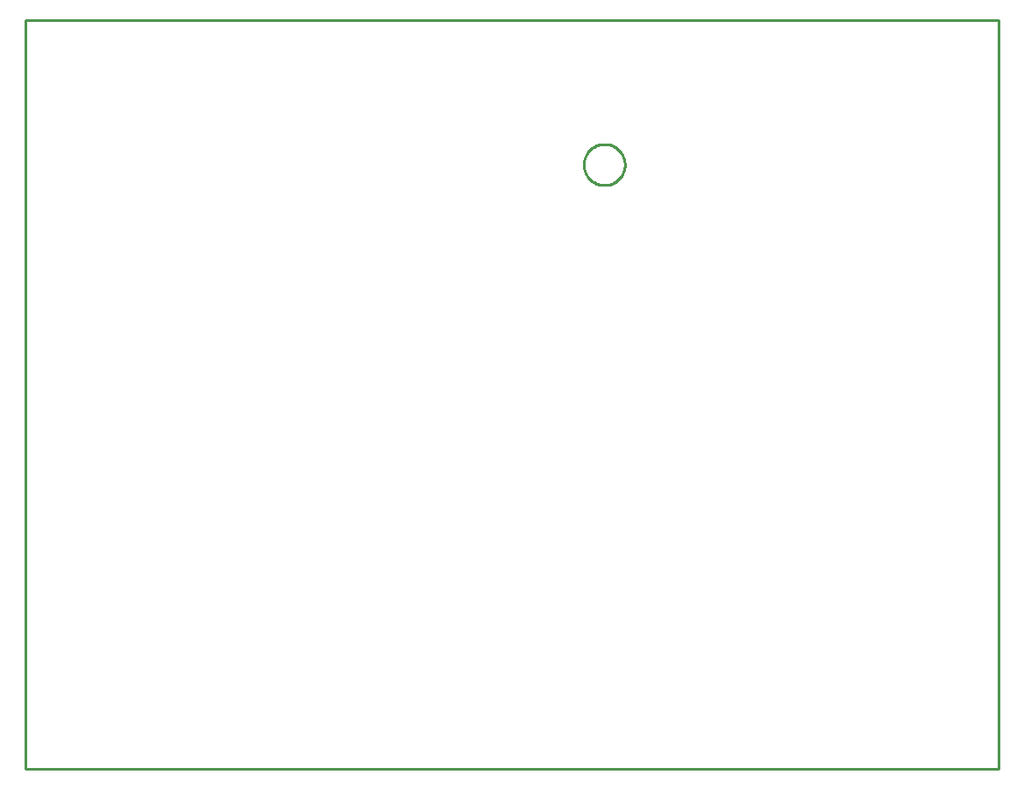
<source format=gko>
G04 EAGLE Gerber RS-274X export*
G75*
%MOMM*%
%FSLAX34Y34*%
%LPD*%
%INBoard Outline*%
%IPPOS*%
%AMOC8*
5,1,8,0,0,1.08239X$1,22.5*%
G01*
%ADD10C,0.000000*%
%ADD11C,0.254000*%


D10*
X0Y0D02*
X939800Y0D01*
X939800Y723900D01*
X0Y723900D01*
X0Y0D01*
X538988Y584200D02*
X538994Y584686D01*
X539012Y585172D01*
X539042Y585657D01*
X539083Y586142D01*
X539137Y586625D01*
X539202Y587107D01*
X539280Y587587D01*
X539369Y588065D01*
X539469Y588541D01*
X539582Y589014D01*
X539706Y589484D01*
X539841Y589951D01*
X539988Y590415D01*
X540146Y590874D01*
X540316Y591330D01*
X540496Y591782D01*
X540688Y592229D01*
X540890Y592671D01*
X541103Y593108D01*
X541327Y593539D01*
X541562Y593965D01*
X541807Y594385D01*
X542062Y594799D01*
X542327Y595207D01*
X542602Y595608D01*
X542887Y596002D01*
X543181Y596389D01*
X543485Y596769D01*
X543798Y597141D01*
X544120Y597505D01*
X544451Y597861D01*
X544791Y598209D01*
X545139Y598549D01*
X545495Y598880D01*
X545859Y599202D01*
X546231Y599515D01*
X546611Y599819D01*
X546998Y600113D01*
X547392Y600398D01*
X547793Y600673D01*
X548201Y600938D01*
X548615Y601193D01*
X549035Y601438D01*
X549461Y601673D01*
X549892Y601897D01*
X550329Y602110D01*
X550771Y602312D01*
X551218Y602504D01*
X551670Y602684D01*
X552126Y602854D01*
X552585Y603012D01*
X553049Y603159D01*
X553516Y603294D01*
X553986Y603418D01*
X554459Y603531D01*
X554935Y603631D01*
X555413Y603720D01*
X555893Y603798D01*
X556375Y603863D01*
X556858Y603917D01*
X557343Y603958D01*
X557828Y603988D01*
X558314Y604006D01*
X558800Y604012D01*
X559286Y604006D01*
X559772Y603988D01*
X560257Y603958D01*
X560742Y603917D01*
X561225Y603863D01*
X561707Y603798D01*
X562187Y603720D01*
X562665Y603631D01*
X563141Y603531D01*
X563614Y603418D01*
X564084Y603294D01*
X564551Y603159D01*
X565015Y603012D01*
X565474Y602854D01*
X565930Y602684D01*
X566382Y602504D01*
X566829Y602312D01*
X567271Y602110D01*
X567708Y601897D01*
X568139Y601673D01*
X568565Y601438D01*
X568985Y601193D01*
X569399Y600938D01*
X569807Y600673D01*
X570208Y600398D01*
X570602Y600113D01*
X570989Y599819D01*
X571369Y599515D01*
X571741Y599202D01*
X572105Y598880D01*
X572461Y598549D01*
X572809Y598209D01*
X573149Y597861D01*
X573480Y597505D01*
X573802Y597141D01*
X574115Y596769D01*
X574419Y596389D01*
X574713Y596002D01*
X574998Y595608D01*
X575273Y595207D01*
X575538Y594799D01*
X575793Y594385D01*
X576038Y593965D01*
X576273Y593539D01*
X576497Y593108D01*
X576710Y592671D01*
X576912Y592229D01*
X577104Y591782D01*
X577284Y591330D01*
X577454Y590874D01*
X577612Y590415D01*
X577759Y589951D01*
X577894Y589484D01*
X578018Y589014D01*
X578131Y588541D01*
X578231Y588065D01*
X578320Y587587D01*
X578398Y587107D01*
X578463Y586625D01*
X578517Y586142D01*
X578558Y585657D01*
X578588Y585172D01*
X578606Y584686D01*
X578612Y584200D01*
X578606Y583714D01*
X578588Y583228D01*
X578558Y582743D01*
X578517Y582258D01*
X578463Y581775D01*
X578398Y581293D01*
X578320Y580813D01*
X578231Y580335D01*
X578131Y579859D01*
X578018Y579386D01*
X577894Y578916D01*
X577759Y578449D01*
X577612Y577985D01*
X577454Y577526D01*
X577284Y577070D01*
X577104Y576618D01*
X576912Y576171D01*
X576710Y575729D01*
X576497Y575292D01*
X576273Y574861D01*
X576038Y574435D01*
X575793Y574015D01*
X575538Y573601D01*
X575273Y573193D01*
X574998Y572792D01*
X574713Y572398D01*
X574419Y572011D01*
X574115Y571631D01*
X573802Y571259D01*
X573480Y570895D01*
X573149Y570539D01*
X572809Y570191D01*
X572461Y569851D01*
X572105Y569520D01*
X571741Y569198D01*
X571369Y568885D01*
X570989Y568581D01*
X570602Y568287D01*
X570208Y568002D01*
X569807Y567727D01*
X569399Y567462D01*
X568985Y567207D01*
X568565Y566962D01*
X568139Y566727D01*
X567708Y566503D01*
X567271Y566290D01*
X566829Y566088D01*
X566382Y565896D01*
X565930Y565716D01*
X565474Y565546D01*
X565015Y565388D01*
X564551Y565241D01*
X564084Y565106D01*
X563614Y564982D01*
X563141Y564869D01*
X562665Y564769D01*
X562187Y564680D01*
X561707Y564602D01*
X561225Y564537D01*
X560742Y564483D01*
X560257Y564442D01*
X559772Y564412D01*
X559286Y564394D01*
X558800Y564388D01*
X558314Y564394D01*
X557828Y564412D01*
X557343Y564442D01*
X556858Y564483D01*
X556375Y564537D01*
X555893Y564602D01*
X555413Y564680D01*
X554935Y564769D01*
X554459Y564869D01*
X553986Y564982D01*
X553516Y565106D01*
X553049Y565241D01*
X552585Y565388D01*
X552126Y565546D01*
X551670Y565716D01*
X551218Y565896D01*
X550771Y566088D01*
X550329Y566290D01*
X549892Y566503D01*
X549461Y566727D01*
X549035Y566962D01*
X548615Y567207D01*
X548201Y567462D01*
X547793Y567727D01*
X547392Y568002D01*
X546998Y568287D01*
X546611Y568581D01*
X546231Y568885D01*
X545859Y569198D01*
X545495Y569520D01*
X545139Y569851D01*
X544791Y570191D01*
X544451Y570539D01*
X544120Y570895D01*
X543798Y571259D01*
X543485Y571631D01*
X543181Y572011D01*
X542887Y572398D01*
X542602Y572792D01*
X542327Y573193D01*
X542062Y573601D01*
X541807Y574015D01*
X541562Y574435D01*
X541327Y574861D01*
X541103Y575292D01*
X540890Y575729D01*
X540688Y576171D01*
X540496Y576618D01*
X540316Y577070D01*
X540146Y577526D01*
X539988Y577985D01*
X539841Y578449D01*
X539706Y578916D01*
X539582Y579386D01*
X539469Y579859D01*
X539369Y580335D01*
X539280Y580813D01*
X539202Y581293D01*
X539137Y581775D01*
X539083Y582258D01*
X539042Y582743D01*
X539012Y583228D01*
X538994Y583714D01*
X538988Y584200D01*
D11*
X0Y0D02*
X939800Y0D01*
X939800Y723900D01*
X0Y723900D01*
X0Y0D01*
X578612Y583601D02*
X578540Y582406D01*
X578395Y581218D01*
X578180Y580040D01*
X577893Y578877D01*
X577537Y577734D01*
X577112Y576615D01*
X576621Y575523D01*
X576064Y574463D01*
X575445Y573438D01*
X574765Y572453D01*
X574026Y571510D01*
X573233Y570614D01*
X572386Y569768D01*
X571490Y568974D01*
X570547Y568235D01*
X569562Y567555D01*
X568537Y566936D01*
X567477Y566379D01*
X566385Y565888D01*
X565266Y565463D01*
X564123Y565107D01*
X562960Y564820D01*
X561782Y564605D01*
X560594Y564460D01*
X559399Y564388D01*
X558201Y564388D01*
X557006Y564460D01*
X555818Y564605D01*
X554640Y564820D01*
X553477Y565107D01*
X552334Y565463D01*
X551215Y565888D01*
X550123Y566379D01*
X549063Y566936D01*
X548038Y567555D01*
X547053Y568235D01*
X546110Y568974D01*
X545214Y569768D01*
X544368Y570614D01*
X543574Y571510D01*
X542835Y572453D01*
X542155Y573438D01*
X541536Y574463D01*
X540979Y575523D01*
X540488Y576615D01*
X540063Y577734D01*
X539707Y578877D01*
X539420Y580040D01*
X539205Y581218D01*
X539060Y582406D01*
X538988Y583601D01*
X538988Y584799D01*
X539060Y585994D01*
X539205Y587182D01*
X539420Y588360D01*
X539707Y589523D01*
X540063Y590666D01*
X540488Y591785D01*
X540979Y592877D01*
X541536Y593937D01*
X542155Y594962D01*
X542835Y595947D01*
X543574Y596890D01*
X544368Y597786D01*
X545214Y598633D01*
X546110Y599426D01*
X547053Y600165D01*
X548038Y600845D01*
X549063Y601464D01*
X550123Y602021D01*
X551215Y602512D01*
X552334Y602937D01*
X553477Y603293D01*
X554640Y603580D01*
X555818Y603795D01*
X557006Y603940D01*
X558201Y604012D01*
X559399Y604012D01*
X560594Y603940D01*
X561782Y603795D01*
X562960Y603580D01*
X564123Y603293D01*
X565266Y602937D01*
X566385Y602512D01*
X567477Y602021D01*
X568537Y601464D01*
X569562Y600845D01*
X570547Y600165D01*
X571490Y599426D01*
X572386Y598633D01*
X573233Y597786D01*
X574026Y596890D01*
X574765Y595947D01*
X575445Y594962D01*
X576064Y593937D01*
X576621Y592877D01*
X577112Y591785D01*
X577537Y590666D01*
X577893Y589523D01*
X578180Y588360D01*
X578395Y587182D01*
X578540Y585994D01*
X578612Y584799D01*
X578612Y583601D01*
M02*

</source>
